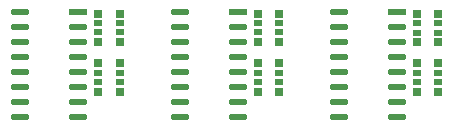
<source format=gbp>
G04*
G04 #@! TF.GenerationSoftware,Altium Limited,Altium Designer,20.2.6 (244)*
G04*
G04 Layer_Color=128*
%FSLAX25Y25*%
%MOIN*%
G70*
G04*
G04 #@! TF.SameCoordinates,357903E5-7464-4FF3-9603-397411888FB0*
G04*
G04*
G04 #@! TF.FilePolarity,Positive*
G04*
G01*
G75*
%ADD63R,0.06317X0.02079*%
G04:AMPARAMS|DCode=64|XSize=63.17mil|YSize=20.79mil|CornerRadius=10.39mil|HoleSize=0mil|Usage=FLASHONLY|Rotation=180.000|XOffset=0mil|YOffset=0mil|HoleType=Round|Shape=RoundedRectangle|*
%AMROUNDEDRECTD64*
21,1,0.06317,0.00000,0,0,180.0*
21,1,0.04238,0.02079,0,0,180.0*
1,1,0.02079,-0.02119,0.00000*
1,1,0.02079,0.02119,0.00000*
1,1,0.02079,0.02119,0.00000*
1,1,0.02079,-0.02119,0.00000*
%
%ADD64ROUNDEDRECTD64*%
%ADD65R,0.03150X0.02559*%
%ADD66R,0.03150X0.01968*%
D63*
X137409Y88583D02*
D03*
X31109D02*
D03*
X84259D02*
D03*
D64*
X137409Y83583D02*
D03*
Y78583D02*
D03*
Y73583D02*
D03*
Y68583D02*
D03*
Y63583D02*
D03*
Y58583D02*
D03*
Y53583D02*
D03*
X118110D02*
D03*
Y58583D02*
D03*
Y63583D02*
D03*
Y68583D02*
D03*
Y73583D02*
D03*
Y78583D02*
D03*
Y83583D02*
D03*
Y88583D02*
D03*
X31109Y83583D02*
D03*
Y78583D02*
D03*
Y73583D02*
D03*
Y68583D02*
D03*
Y63583D02*
D03*
Y58583D02*
D03*
Y53583D02*
D03*
X11811D02*
D03*
Y58583D02*
D03*
Y63583D02*
D03*
Y68583D02*
D03*
Y73583D02*
D03*
Y78583D02*
D03*
Y83583D02*
D03*
Y88583D02*
D03*
X64961D02*
D03*
Y83583D02*
D03*
Y78583D02*
D03*
Y73583D02*
D03*
Y68583D02*
D03*
Y63583D02*
D03*
Y58583D02*
D03*
Y53583D02*
D03*
X84259D02*
D03*
Y58583D02*
D03*
Y63583D02*
D03*
Y68583D02*
D03*
Y73583D02*
D03*
Y78583D02*
D03*
Y83583D02*
D03*
D65*
X44882Y88189D02*
D03*
X37795D02*
D03*
X44882Y78741D02*
D03*
X37795D02*
D03*
X144094Y62205D02*
D03*
X151181D02*
D03*
X144094Y71653D02*
D03*
X151181D02*
D03*
X144094Y78740D02*
D03*
X151181D02*
D03*
X144094Y88188D02*
D03*
X151181D02*
D03*
X90944Y62206D02*
D03*
X98031D02*
D03*
X90944Y71654D02*
D03*
X98031D02*
D03*
X90945Y78741D02*
D03*
X98032D02*
D03*
X90945Y88189D02*
D03*
X98032D02*
D03*
X37795Y62205D02*
D03*
X44882D02*
D03*
X37795Y71653D02*
D03*
X44882D02*
D03*
D66*
Y85040D02*
D03*
X37795D02*
D03*
X44882Y81890D02*
D03*
X37795D02*
D03*
X144094Y65354D02*
D03*
X151181D02*
D03*
X144094Y68504D02*
D03*
X151181D02*
D03*
X144094Y81889D02*
D03*
X151181D02*
D03*
X144094Y85039D02*
D03*
X151181D02*
D03*
X90944Y65355D02*
D03*
X98031D02*
D03*
X90944Y68505D02*
D03*
X98031D02*
D03*
X90945Y81890D02*
D03*
X98032D02*
D03*
X90945Y85040D02*
D03*
X98032D02*
D03*
X37795Y65354D02*
D03*
X44882D02*
D03*
X37795Y68504D02*
D03*
X44882D02*
D03*
M02*

</source>
